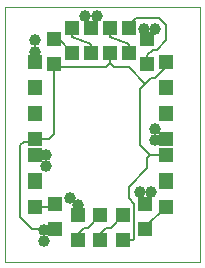
<source format=gtl>
G75*
%MOIN*%
%OFA0B0*%
%FSLAX24Y24*%
%IPPOS*%
%LPD*%
%AMOC8*
5,1,8,0,0,1.08239X$1,22.5*
%
%ADD10C,0.0000*%
%ADD11R,0.0472X0.0472*%
%ADD12C,0.0397*%
%ADD13C,0.0060*%
D10*
X002517Y002517D02*
X002517Y011017D01*
X009017Y011017D01*
X009017Y002517D01*
X002517Y002517D01*
D11*
X004204Y003603D03*
X004204Y004430D03*
X003517Y004353D03*
X003517Y005180D03*
X003517Y005228D03*
X003517Y006055D03*
X003517Y006603D03*
X003517Y007430D03*
X003517Y007478D03*
X003517Y008305D03*
X003517Y008353D03*
X003517Y009180D03*
X004142Y009103D03*
X004767Y009478D03*
X004142Y009930D03*
X004767Y010305D03*
X005392Y010305D03*
X006017Y010305D03*
X006642Y010305D03*
X007267Y009930D03*
X006642Y009478D03*
X006017Y009478D03*
X005392Y009478D03*
X007267Y009103D03*
X007892Y009180D03*
X007892Y008353D03*
X007892Y008305D03*
X007892Y007478D03*
X007892Y007430D03*
X007892Y006603D03*
X007892Y006055D03*
X007892Y005228D03*
X007892Y005180D03*
X007892Y004353D03*
X007204Y004430D03*
X007204Y003603D03*
X006454Y003228D03*
X005704Y003228D03*
X004954Y003228D03*
X004954Y004055D03*
X005704Y004055D03*
X006454Y004055D03*
D12*
X007017Y004829D03*
X007392Y004829D03*
X007517Y006579D03*
X007517Y006954D03*
X004954Y004392D03*
X004704Y004642D03*
X003892Y005704D03*
X003892Y006079D03*
X003829Y003579D03*
X003829Y003204D03*
X003517Y009517D03*
X003517Y009892D03*
X005204Y010704D03*
X005579Y010704D03*
X007142Y010267D03*
X007517Y010267D03*
D13*
X007142Y010267D01*
X007142Y009930D01*
X007267Y009930D01*
X007454Y009579D02*
X007267Y009392D01*
X007267Y009103D01*
X007454Y009579D02*
X007579Y009579D01*
X007892Y009892D01*
X007892Y010392D01*
X007642Y010642D01*
X006892Y010642D01*
X006642Y010392D01*
X006642Y010305D01*
X006642Y009767D02*
X006017Y010017D01*
X006017Y010305D01*
X005579Y010704D02*
X005204Y010704D01*
X005204Y010305D01*
X005392Y010305D01*
X005392Y009767D02*
X005392Y009478D01*
X005392Y009767D02*
X004767Y010017D01*
X004767Y010305D01*
X004315Y009930D02*
X004767Y009478D01*
X004315Y009930D02*
X004142Y009930D01*
X003517Y009892D02*
X003517Y009517D01*
X003517Y009180D01*
X004142Y009103D02*
X004180Y009103D01*
X004267Y009017D01*
X005892Y009017D01*
X006017Y009142D01*
X006142Y009017D01*
X006642Y009017D01*
X007204Y008454D01*
X007392Y008642D01*
X007517Y008642D01*
X007892Y009017D01*
X007892Y009180D01*
X007892Y008353D02*
X007892Y008305D01*
X007204Y008454D02*
X007017Y008267D01*
X007017Y006392D01*
X007353Y006055D01*
X007267Y005968D01*
X007267Y005642D01*
X006642Y005017D01*
X006642Y004642D01*
X006829Y004454D01*
X006829Y003267D01*
X006791Y003228D01*
X006454Y003228D01*
X006041Y003642D02*
X006454Y004055D01*
X006041Y003642D02*
X005892Y003642D01*
X005704Y003454D01*
X005704Y003228D01*
X005291Y003642D02*
X005704Y004055D01*
X005291Y003642D02*
X005142Y003642D01*
X004954Y003454D01*
X004954Y003228D01*
X004954Y004055D02*
X004954Y004392D01*
X004704Y004642D01*
X004204Y004430D02*
X004127Y004353D01*
X003517Y004353D01*
X003017Y004017D02*
X003017Y006392D01*
X003142Y006517D01*
X003430Y006517D01*
X003517Y006603D01*
X003978Y006603D01*
X004142Y006767D01*
X004142Y009103D01*
X003517Y008353D02*
X003517Y008305D01*
X003517Y007478D02*
X003517Y007430D01*
X003517Y006055D02*
X003892Y006055D01*
X003892Y006079D01*
X003892Y005704D01*
X003517Y005228D02*
X003517Y005180D01*
X003017Y004017D02*
X003430Y003603D01*
X003829Y003603D01*
X003829Y003579D01*
X003829Y003204D01*
X003829Y003603D02*
X004204Y003603D01*
X007017Y004430D02*
X007017Y004829D01*
X007392Y004829D01*
X007204Y004430D02*
X007017Y004430D01*
X007204Y003666D02*
X007892Y004353D01*
X007892Y005180D02*
X007892Y005228D01*
X007892Y006055D02*
X007353Y006055D01*
X007517Y006579D02*
X007517Y006954D01*
X007517Y006579D02*
X007868Y006579D01*
X007892Y006603D01*
X007892Y007430D02*
X007892Y007478D01*
X006642Y009478D02*
X006642Y009767D01*
X006017Y009478D02*
X006017Y009142D01*
X007204Y003666D02*
X007204Y003603D01*
M02*

</source>
